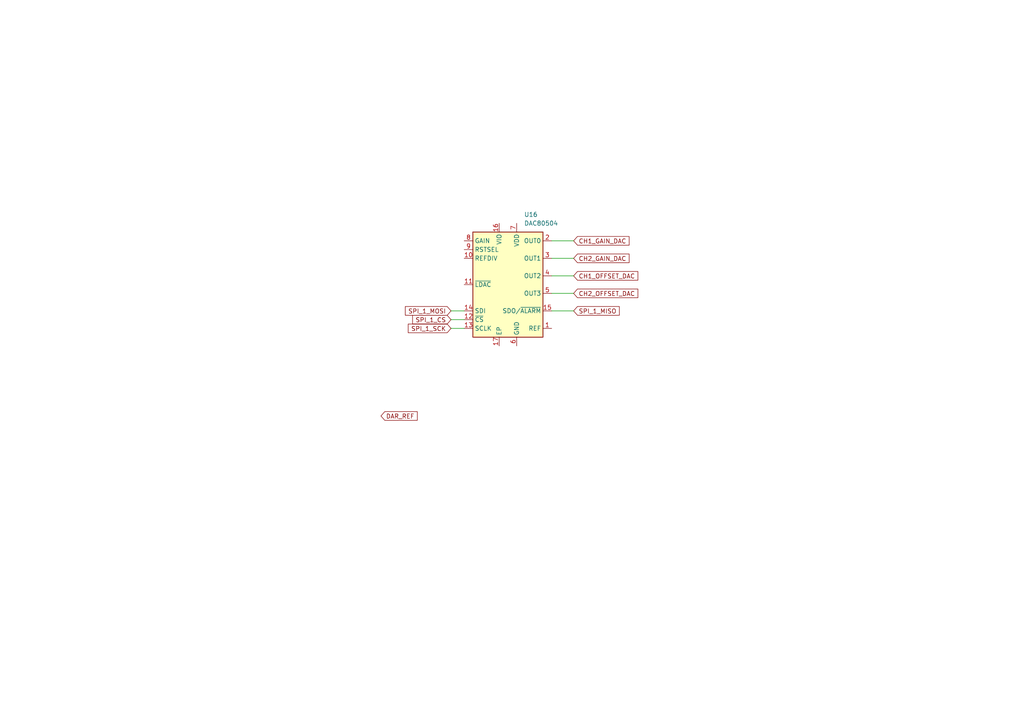
<source format=kicad_sch>
(kicad_sch
	(version 20250114)
	(generator "eeschema")
	(generator_version "9.0")
	(uuid "9802c7b7-4f78-46ea-b4f3-5d0bf588b9f8")
	(paper "A4")
	(lib_symbols
		(symbol "Analog_DAC:DAC80504"
			(exclude_from_sim no)
			(in_bom yes)
			(on_board yes)
			(property "Reference" "U"
				(at -12.192 16.51 0)
				(effects
					(font
						(size 1.27 1.27)
					)
				)
			)
			(property "Value" "DAC80504"
				(at 10.922 16.51 0)
				(effects
					(font
						(size 1.27 1.27)
					)
				)
			)
			(property "Footprint" "Package_DFN_QFN:Texas_RTE0016D_WQFN-16-1EP_3x3mm_P0.5mm_EP0.8x0.8mm_ThermalVias"
				(at 0 0 0)
				(effects
					(font
						(size 1.27 1.27)
						(italic yes)
					)
					(hide yes)
				)
			)
			(property "Datasheet" "https://www.ti.com/lit/ds/symlink/dac80504.pdf"
				(at 0 0 0)
				(effects
					(font
						(size 1.27 1.27)
					)
					(hide yes)
				)
			)
			(property "Description" "16-bit quad-channel voltage output DAC, 2.5V 2ppm/°C internal reference, WQFN-16"
				(at 0 0 0)
				(effects
					(font
						(size 1.27 1.27)
					)
					(hide yes)
				)
			)
			(property "ki_keywords" "texas quad digital-analog converter"
				(at 0 0 0)
				(effects
					(font
						(size 1.27 1.27)
					)
					(hide yes)
				)
			)
			(property "ki_fp_filters" "Texas*RTE0016D*WQFN*16*EP0.8x0.8mm*"
				(at 0 0 0)
				(effects
					(font
						(size 1.27 1.27)
					)
					(hide yes)
				)
			)
			(symbol "DAC80504_0_0"
				(pin input line
					(at -12.7 12.7 0)
					(length 2.54)
					(name "GAIN"
						(effects
							(font
								(size 1.27 1.27)
							)
						)
					)
					(number "8"
						(effects
							(font
								(size 1.27 1.27)
							)
						)
					)
				)
				(pin input line
					(at -12.7 10.16 0)
					(length 2.54)
					(name "RSTSEL"
						(effects
							(font
								(size 1.27 1.27)
							)
						)
					)
					(number "9"
						(effects
							(font
								(size 1.27 1.27)
							)
						)
					)
				)
				(pin input line
					(at -12.7 7.62 0)
					(length 2.54)
					(name "REFDIV"
						(effects
							(font
								(size 1.27 1.27)
							)
						)
					)
					(number "10"
						(effects
							(font
								(size 1.27 1.27)
							)
						)
					)
				)
				(pin input line
					(at -12.7 0 0)
					(length 2.54)
					(name "~{LDAC}"
						(effects
							(font
								(size 1.27 1.27)
							)
						)
					)
					(number "11"
						(effects
							(font
								(size 1.27 1.27)
							)
						)
					)
				)
				(pin input line
					(at -12.7 -7.62 0)
					(length 2.54)
					(name "SDI"
						(effects
							(font
								(size 1.27 1.27)
							)
						)
					)
					(number "14"
						(effects
							(font
								(size 1.27 1.27)
							)
						)
					)
				)
				(pin input line
					(at -12.7 -10.16 0)
					(length 2.54)
					(name "~{CS}"
						(effects
							(font
								(size 1.27 1.27)
							)
						)
					)
					(number "12"
						(effects
							(font
								(size 1.27 1.27)
							)
						)
					)
				)
				(pin input line
					(at -12.7 -12.7 0)
					(length 2.54)
					(name "SCLK"
						(effects
							(font
								(size 1.27 1.27)
							)
						)
					)
					(number "13"
						(effects
							(font
								(size 1.27 1.27)
							)
						)
					)
				)
				(pin power_in line
					(at -2.54 17.78 270)
					(length 2.54)
					(name "VIO"
						(effects
							(font
								(size 1.27 1.27)
							)
						)
					)
					(number "16"
						(effects
							(font
								(size 1.27 1.27)
							)
						)
					)
				)
				(pin power_in line
					(at 2.54 17.78 270)
					(length 2.54)
					(name "VDD"
						(effects
							(font
								(size 1.27 1.27)
							)
						)
					)
					(number "7"
						(effects
							(font
								(size 1.27 1.27)
							)
						)
					)
				)
				(pin power_in line
					(at 2.54 -17.78 90)
					(length 2.54)
					(name "GND"
						(effects
							(font
								(size 1.27 1.27)
							)
						)
					)
					(number "6"
						(effects
							(font
								(size 1.27 1.27)
							)
						)
					)
				)
				(pin output line
					(at 12.7 12.7 180)
					(length 2.54)
					(name "OUT0"
						(effects
							(font
								(size 1.27 1.27)
							)
						)
					)
					(number "2"
						(effects
							(font
								(size 1.27 1.27)
							)
						)
					)
				)
				(pin output line
					(at 12.7 7.62 180)
					(length 2.54)
					(name "OUT1"
						(effects
							(font
								(size 1.27 1.27)
							)
						)
					)
					(number "3"
						(effects
							(font
								(size 1.27 1.27)
							)
						)
					)
				)
				(pin output line
					(at 12.7 2.54 180)
					(length 2.54)
					(name "OUT2"
						(effects
							(font
								(size 1.27 1.27)
							)
						)
					)
					(number "4"
						(effects
							(font
								(size 1.27 1.27)
							)
						)
					)
				)
				(pin output line
					(at 12.7 -2.54 180)
					(length 2.54)
					(name "OUT3"
						(effects
							(font
								(size 1.27 1.27)
							)
						)
					)
					(number "5"
						(effects
							(font
								(size 1.27 1.27)
							)
						)
					)
				)
				(pin output line
					(at 12.7 -7.62 180)
					(length 2.54)
					(name "SDO/~{ALARM}"
						(effects
							(font
								(size 1.27 1.27)
							)
						)
					)
					(number "15"
						(effects
							(font
								(size 1.27 1.27)
							)
						)
					)
				)
				(pin bidirectional line
					(at 12.7 -12.7 180)
					(length 2.54)
					(name "REF"
						(effects
							(font
								(size 1.27 1.27)
							)
						)
					)
					(number "1"
						(effects
							(font
								(size 1.27 1.27)
							)
						)
					)
				)
			)
			(symbol "DAC80504_1_0"
				(pin passive line
					(at -2.54 -17.78 90)
					(length 2.54)
					(name "EP"
						(effects
							(font
								(size 1.27 1.27)
							)
						)
					)
					(number "17"
						(effects
							(font
								(size 1.27 1.27)
							)
						)
					)
				)
			)
			(symbol "DAC80504_1_1"
				(rectangle
					(start -10.16 15.24)
					(end 10.16 -15.24)
					(stroke
						(width 0.254)
						(type default)
					)
					(fill
						(type background)
					)
				)
			)
			(embedded_fonts no)
		)
	)
	(wire
		(pts
			(xy 166.37 74.93) (xy 160.02 74.93)
		)
		(stroke
			(width 0)
			(type default)
		)
		(uuid "07b22fe9-c6fb-4726-ac91-700a794136d3")
	)
	(wire
		(pts
			(xy 130.81 92.71) (xy 134.62 92.71)
		)
		(stroke
			(width 0)
			(type default)
		)
		(uuid "09994fdb-23a1-47a3-b525-6acb77b8d4a1")
	)
	(wire
		(pts
			(xy 166.37 80.01) (xy 160.02 80.01)
		)
		(stroke
			(width 0)
			(type default)
		)
		(uuid "8d6067d1-6bd2-4136-bbef-8b970117335d")
	)
	(wire
		(pts
			(xy 166.37 90.17) (xy 160.02 90.17)
		)
		(stroke
			(width 0)
			(type default)
		)
		(uuid "a2b1de04-26ee-46b9-bd5e-696b7c5aa5b2")
	)
	(wire
		(pts
			(xy 166.37 85.09) (xy 160.02 85.09)
		)
		(stroke
			(width 0)
			(type default)
		)
		(uuid "b484083e-42b8-4d2c-a045-058c9aba871f")
	)
	(wire
		(pts
			(xy 130.81 90.17) (xy 134.62 90.17)
		)
		(stroke
			(width 0)
			(type default)
		)
		(uuid "cd46d384-45f2-4cfc-8743-3dafc80ad3a9")
	)
	(wire
		(pts
			(xy 130.81 95.25) (xy 134.62 95.25)
		)
		(stroke
			(width 0)
			(type default)
		)
		(uuid "f3630262-6c7a-436d-ad52-cfe56ba47660")
	)
	(wire
		(pts
			(xy 166.37 69.85) (xy 160.02 69.85)
		)
		(stroke
			(width 0)
			(type default)
		)
		(uuid "ff3b70bc-fee7-4d38-bf81-78d45027fe10")
	)
	(global_label "CH2_GAIN_DAC"
		(shape input)
		(at 166.37 74.93 0)
		(fields_autoplaced yes)
		(effects
			(font
				(size 1.27 1.27)
			)
			(justify left)
		)
		(uuid "0010c20a-9f52-49ff-83f9-03d7c67afeff")
		(property "Intersheetrefs" "${INTERSHEET_REFS}"
			(at 183.0229 74.93 0)
			(effects
				(font
					(size 1.27 1.27)
				)
				(justify left)
				(hide yes)
			)
		)
	)
	(global_label "CH2_OFFSET_DAC"
		(shape input)
		(at 166.37 85.09 0)
		(fields_autoplaced yes)
		(effects
			(font
				(size 1.27 1.27)
			)
			(justify left)
		)
		(uuid "0b41ab84-87aa-4e8d-b1bd-73aae8f2f493")
		(property "Intersheetrefs" "${INTERSHEET_REFS}"
			(at 185.5628 85.09 0)
			(effects
				(font
					(size 1.27 1.27)
				)
				(justify left)
				(hide yes)
			)
		)
	)
	(global_label "SPI_1_MISO"
		(shape input)
		(at 166.37 90.17 0)
		(fields_autoplaced yes)
		(effects
			(font
				(size 1.27 1.27)
			)
			(justify left)
		)
		(uuid "11392415-5dc1-451e-a6ec-5e4db52362fc")
		(property "Intersheetrefs" "${INTERSHEET_REFS}"
			(at 180.1804 90.17 0)
			(effects
				(font
					(size 1.27 1.27)
				)
				(justify left)
				(hide yes)
			)
		)
	)
	(global_label "SPI_1_CS"
		(shape input)
		(at 130.81 92.71 180)
		(fields_autoplaced yes)
		(effects
			(font
				(size 1.27 1.27)
			)
			(justify right)
		)
		(uuid "3906eef4-e736-421a-9629-ad76cbcf7362")
		(property "Intersheetrefs" "${INTERSHEET_REFS}"
			(at 119.1163 92.71 0)
			(effects
				(font
					(size 1.27 1.27)
				)
				(justify right)
				(hide yes)
			)
		)
	)
	(global_label "SPI_1_MOSI"
		(shape input)
		(at 130.81 90.17 180)
		(fields_autoplaced yes)
		(effects
			(font
				(size 1.27 1.27)
			)
			(justify right)
		)
		(uuid "5feec11c-f638-40e3-b3a9-6cfdf9d830b6")
		(property "Intersheetrefs" "${INTERSHEET_REFS}"
			(at 116.9996 90.17 0)
			(effects
				(font
					(size 1.27 1.27)
				)
				(justify right)
				(hide yes)
			)
		)
	)
	(global_label "CH1_OFFSET_DAC"
		(shape input)
		(at 166.37 80.01 0)
		(fields_autoplaced yes)
		(effects
			(font
				(size 1.27 1.27)
			)
			(justify left)
		)
		(uuid "75ec466c-c79f-4a27-806e-5c7617854220")
		(property "Intersheetrefs" "${INTERSHEET_REFS}"
			(at 185.5628 80.01 0)
			(effects
				(font
					(size 1.27 1.27)
				)
				(justify left)
				(hide yes)
			)
		)
	)
	(global_label "SPI_1_SCK"
		(shape input)
		(at 130.81 95.25 180)
		(fields_autoplaced yes)
		(effects
			(font
				(size 1.27 1.27)
			)
			(justify right)
		)
		(uuid "ae8980da-3771-496d-9bc6-aaf6f3a869c7")
		(property "Intersheetrefs" "${INTERSHEET_REFS}"
			(at 117.8463 95.25 0)
			(effects
				(font
					(size 1.27 1.27)
				)
				(justify right)
				(hide yes)
			)
		)
	)
	(global_label "CH1_GAIN_DAC"
		(shape input)
		(at 166.37 69.85 0)
		(fields_autoplaced yes)
		(effects
			(font
				(size 1.27 1.27)
			)
			(justify left)
		)
		(uuid "c92711c7-893d-4287-a630-7a4669740af8")
		(property "Intersheetrefs" "${INTERSHEET_REFS}"
			(at 183.0229 69.85 0)
			(effects
				(font
					(size 1.27 1.27)
				)
				(justify left)
				(hide yes)
			)
		)
	)
	(global_label "DAR_REF"
		(shape input)
		(at 110.49 120.65 0)
		(fields_autoplaced yes)
		(effects
			(font
				(size 1.27 1.27)
			)
			(justify left)
		)
		(uuid "dcdaecf5-67f2-4700-85f7-120a807bac05")
		(property "Intersheetrefs" "${INTERSHEET_REFS}"
			(at 121.579 120.65 0)
			(effects
				(font
					(size 1.27 1.27)
				)
				(justify left)
				(hide yes)
			)
		)
	)
	(symbol
		(lib_id "Analog_DAC:DAC80504")
		(at 147.32 82.55 0)
		(unit 1)
		(exclude_from_sim no)
		(in_bom yes)
		(on_board yes)
		(dnp no)
		(fields_autoplaced yes)
		(uuid "f7823f1b-686e-4b64-a21a-1ed233d43f57")
		(property "Reference" "U16"
			(at 152.0033 62.23 0)
			(effects
				(font
					(size 1.27 1.27)
				)
				(justify left)
			)
		)
		(property "Value" "DAC80504"
			(at 152.0033 64.77 0)
			(effects
				(font
					(size 1.27 1.27)
				)
				(justify left)
			)
		)
		(property "Footprint" "Package_DFN_QFN:Texas_RTE0016D_WQFN-16-1EP_3x3mm_P0.5mm_EP0.8x0.8mm_ThermalVias"
			(at 147.32 82.55 0)
			(effects
				(font
					(size 1.27 1.27)
					(italic yes)
				)
				(hide yes)
			)
		)
		(property "Datasheet" "https://www.ti.com/lit/ds/symlink/dac80504.pdf"
			(at 147.32 82.55 0)
			(effects
				(font
					(size 1.27 1.27)
				)
				(hide yes)
			)
		)
		(property "Description" "16-bit quad-channel voltage output DAC, 2.5V 2ppm/°C internal reference, WQFN-16"
			(at 147.32 82.55 0)
			(effects
				(font
					(size 1.27 1.27)
				)
				(hide yes)
			)
		)
		(pin "10"
			(uuid "57d11a87-87aa-47df-86fe-bbef9a542796")
		)
		(pin "11"
			(uuid "f37748c6-5fbf-42ae-ae3e-c8c6d56e08f5")
		)
		(pin "5"
			(uuid "8b7a8d87-0261-4e96-ae2b-564262b4685c")
		)
		(pin "16"
			(uuid "14d4fa0d-b3e1-48e7-8962-880758dc3451")
		)
		(pin "14"
			(uuid "2e120360-d5c8-4381-8197-2873aca03598")
		)
		(pin "3"
			(uuid "066967d7-a9c6-4569-b46b-747ad33f3811")
		)
		(pin "8"
			(uuid "dbdaa9ad-f6e2-4ac2-87e2-015d096e1713")
		)
		(pin "13"
			(uuid "9c26443f-8c0a-4522-b3c7-89860038d062")
		)
		(pin "2"
			(uuid "a6a477c4-ad77-4652-bf5f-b460b9c980c8")
		)
		(pin "6"
			(uuid "2e4f3204-f477-4322-b1dc-ddba9b792445")
		)
		(pin "4"
			(uuid "1c74366c-2e7b-4646-bdb8-25f131293416")
		)
		(pin "15"
			(uuid "55125a6b-5f78-4342-9452-b76b5677383e")
		)
		(pin "1"
			(uuid "cdf0cdc3-1ede-4899-b1a8-36c33088d99c")
		)
		(pin "12"
			(uuid "24bd511c-1255-41bf-bb5f-45f4f2eb2faf")
		)
		(pin "17"
			(uuid "47ef9689-c72a-47f2-b8d1-7da625cec2e5")
		)
		(pin "9"
			(uuid "0d805008-40c0-4b52-a968-165bf1a74195")
		)
		(pin "7"
			(uuid "0b4533a8-2b54-4b38-89c6-854e3df51bb8")
		)
		(instances
			(project "DigitalOsciloscope"
				(path "/553deb7b-4100-40fe-99d2-0c7b4b56aad2/63f109b5-e3fc-444f-b815-14a9a2dd1ea3"
					(reference "U16")
					(unit 1)
				)
			)
		)
	)
)

</source>
